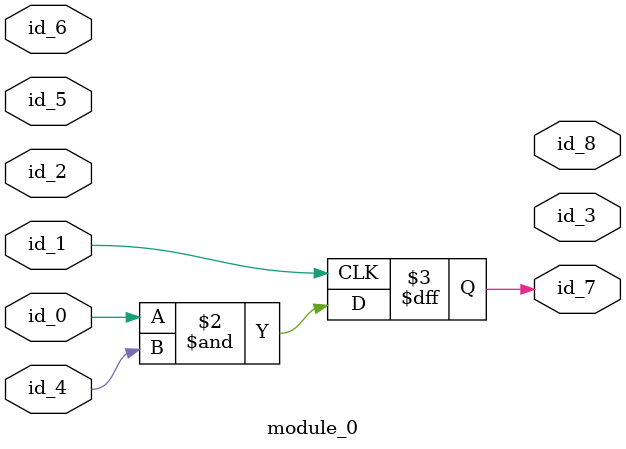
<source format=v>
module module_0 (
    input id_0,
    input id_1,
    input id_2,
    output id_3,
    input id_4,
    input id_5,
    input id_6,
    output reg id_7,
    output id_8
);
  always @(negedge id_1) begin
    if (1) id_7 <= (id_0) & id_4;
  end
endmodule

</source>
